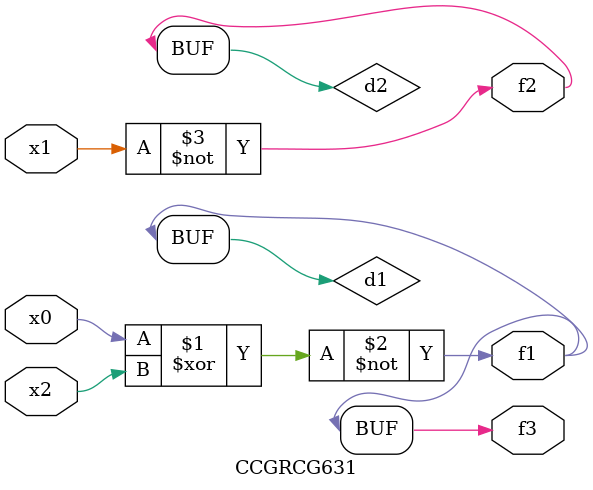
<source format=v>
module CCGRCG631(
	input x0, x1, x2,
	output f1, f2, f3
);

	wire d1, d2, d3;

	xnor (d1, x0, x2);
	nand (d2, x1);
	nor (d3, x1, x2);
	assign f1 = d1;
	assign f2 = d2;
	assign f3 = d1;
endmodule

</source>
